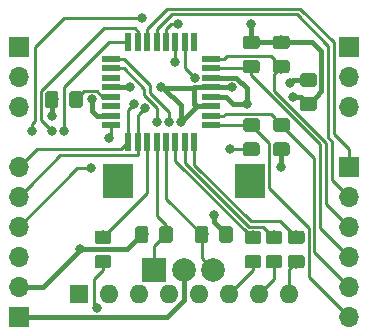
<source format=gbr>
G04 #@! TF.GenerationSoftware,KiCad,Pcbnew,(5.0.2-5)-5*
G04 #@! TF.CreationDate,2019-09-23T09:23:56+03:00*
G04 #@! TF.ProjectId,digi_pot,64696769-5f70-46f7-942e-6b696361645f,rev?*
G04 #@! TF.SameCoordinates,Original*
G04 #@! TF.FileFunction,Copper,L2,Bot*
G04 #@! TF.FilePolarity,Positive*
%FSLAX46Y46*%
G04 Gerber Fmt 4.6, Leading zero omitted, Abs format (unit mm)*
G04 Created by KiCad (PCBNEW (5.0.2-5)-5) date 2019 September 23, Monday 09:23:56*
%MOMM*%
%LPD*%
G01*
G04 APERTURE LIST*
G04 #@! TA.AperFunction,Conductor*
%ADD10C,0.100000*%
G04 #@! TD*
G04 #@! TA.AperFunction,SMDPad,CuDef*
%ADD11C,1.150000*%
G04 #@! TD*
G04 #@! TA.AperFunction,ComponentPad*
%ADD12O,1.600000X1.600000*%
G04 #@! TD*
G04 #@! TA.AperFunction,ComponentPad*
%ADD13R,1.600000X1.600000*%
G04 #@! TD*
G04 #@! TA.AperFunction,ComponentPad*
%ADD14R,2.500000X3.000000*%
G04 #@! TD*
G04 #@! TA.AperFunction,ComponentPad*
%ADD15C,2.000000*%
G04 #@! TD*
G04 #@! TA.AperFunction,ComponentPad*
%ADD16R,2.000000X2.000000*%
G04 #@! TD*
G04 #@! TA.AperFunction,SMDPad,CuDef*
%ADD17R,1.600000X0.550000*%
G04 #@! TD*
G04 #@! TA.AperFunction,SMDPad,CuDef*
%ADD18R,0.550000X1.600000*%
G04 #@! TD*
G04 #@! TA.AperFunction,ComponentPad*
%ADD19R,1.700000X1.700000*%
G04 #@! TD*
G04 #@! TA.AperFunction,ComponentPad*
%ADD20O,1.700000X1.700000*%
G04 #@! TD*
G04 #@! TA.AperFunction,ViaPad*
%ADD21C,0.800000*%
G04 #@! TD*
G04 #@! TA.AperFunction,Conductor*
%ADD22C,0.250000*%
G04 #@! TD*
G04 #@! TA.AperFunction,Conductor*
%ADD23C,0.400000*%
G04 #@! TD*
G04 APERTURE END LIST*
D10*
G04 #@! TO.N,LED8*
G04 #@! TO.C,R4*
G36*
X158589505Y-96826204D02*
X158613773Y-96829804D01*
X158637572Y-96835765D01*
X158660671Y-96844030D01*
X158682850Y-96854520D01*
X158703893Y-96867132D01*
X158723599Y-96881747D01*
X158741777Y-96898223D01*
X158758253Y-96916401D01*
X158772868Y-96936107D01*
X158785480Y-96957150D01*
X158795970Y-96979329D01*
X158804235Y-97002428D01*
X158810196Y-97026227D01*
X158813796Y-97050495D01*
X158815000Y-97074999D01*
X158815000Y-97725001D01*
X158813796Y-97749505D01*
X158810196Y-97773773D01*
X158804235Y-97797572D01*
X158795970Y-97820671D01*
X158785480Y-97842850D01*
X158772868Y-97863893D01*
X158758253Y-97883599D01*
X158741777Y-97901777D01*
X158723599Y-97918253D01*
X158703893Y-97932868D01*
X158682850Y-97945480D01*
X158660671Y-97955970D01*
X158637572Y-97964235D01*
X158613773Y-97970196D01*
X158589505Y-97973796D01*
X158565001Y-97975000D01*
X157664999Y-97975000D01*
X157640495Y-97973796D01*
X157616227Y-97970196D01*
X157592428Y-97964235D01*
X157569329Y-97955970D01*
X157547150Y-97945480D01*
X157526107Y-97932868D01*
X157506401Y-97918253D01*
X157488223Y-97901777D01*
X157471747Y-97883599D01*
X157457132Y-97863893D01*
X157444520Y-97842850D01*
X157434030Y-97820671D01*
X157425765Y-97797572D01*
X157419804Y-97773773D01*
X157416204Y-97749505D01*
X157415000Y-97725001D01*
X157415000Y-97074999D01*
X157416204Y-97050495D01*
X157419804Y-97026227D01*
X157425765Y-97002428D01*
X157434030Y-96979329D01*
X157444520Y-96957150D01*
X157457132Y-96936107D01*
X157471747Y-96916401D01*
X157488223Y-96898223D01*
X157506401Y-96881747D01*
X157526107Y-96867132D01*
X157547150Y-96854520D01*
X157569329Y-96844030D01*
X157592428Y-96835765D01*
X157616227Y-96829804D01*
X157640495Y-96826204D01*
X157664999Y-96825000D01*
X158565001Y-96825000D01*
X158589505Y-96826204D01*
X158589505Y-96826204D01*
G37*
D11*
G04 #@! TD*
G04 #@! TO.P,R4,2*
G04 #@! TO.N,LED8*
X158115000Y-97400000D03*
D10*
G04 #@! TO.N,Net-(J1-Pad8)*
G04 #@! TO.C,R4*
G36*
X158589505Y-98876204D02*
X158613773Y-98879804D01*
X158637572Y-98885765D01*
X158660671Y-98894030D01*
X158682850Y-98904520D01*
X158703893Y-98917132D01*
X158723599Y-98931747D01*
X158741777Y-98948223D01*
X158758253Y-98966401D01*
X158772868Y-98986107D01*
X158785480Y-99007150D01*
X158795970Y-99029329D01*
X158804235Y-99052428D01*
X158810196Y-99076227D01*
X158813796Y-99100495D01*
X158815000Y-99124999D01*
X158815000Y-99775001D01*
X158813796Y-99799505D01*
X158810196Y-99823773D01*
X158804235Y-99847572D01*
X158795970Y-99870671D01*
X158785480Y-99892850D01*
X158772868Y-99913893D01*
X158758253Y-99933599D01*
X158741777Y-99951777D01*
X158723599Y-99968253D01*
X158703893Y-99982868D01*
X158682850Y-99995480D01*
X158660671Y-100005970D01*
X158637572Y-100014235D01*
X158613773Y-100020196D01*
X158589505Y-100023796D01*
X158565001Y-100025000D01*
X157664999Y-100025000D01*
X157640495Y-100023796D01*
X157616227Y-100020196D01*
X157592428Y-100014235D01*
X157569329Y-100005970D01*
X157547150Y-99995480D01*
X157526107Y-99982868D01*
X157506401Y-99968253D01*
X157488223Y-99951777D01*
X157471747Y-99933599D01*
X157457132Y-99913893D01*
X157444520Y-99892850D01*
X157434030Y-99870671D01*
X157425765Y-99847572D01*
X157419804Y-99823773D01*
X157416204Y-99799505D01*
X157415000Y-99775001D01*
X157415000Y-99124999D01*
X157416204Y-99100495D01*
X157419804Y-99076227D01*
X157425765Y-99052428D01*
X157434030Y-99029329D01*
X157444520Y-99007150D01*
X157457132Y-98986107D01*
X157471747Y-98966401D01*
X157488223Y-98948223D01*
X157506401Y-98931747D01*
X157526107Y-98917132D01*
X157547150Y-98904520D01*
X157569329Y-98894030D01*
X157592428Y-98885765D01*
X157616227Y-98879804D01*
X157640495Y-98876204D01*
X157664999Y-98875000D01*
X158565001Y-98875000D01*
X158589505Y-98876204D01*
X158589505Y-98876204D01*
G37*
D11*
G04 #@! TD*
G04 #@! TO.P,R4,1*
G04 #@! TO.N,Net-(J1-Pad8)*
X158115000Y-99450000D03*
D12*
G04 #@! TO.P,J1,8*
G04 #@! TO.N,Net-(J1-Pad8)*
X157478400Y-102209600D03*
G04 #@! TO.P,J1,7*
G04 #@! TO.N,Net-(J1-Pad7)*
X154938400Y-102209600D03*
G04 #@! TO.P,J1,6*
G04 #@! TO.N,Net-(J1-Pad6)*
X152398400Y-102209600D03*
G04 #@! TO.P,J1,5*
G04 #@! TO.N,Net-(J1-Pad5)*
X149858400Y-102209600D03*
G04 #@! TO.P,J1,4*
G04 #@! TO.N,LED4*
X147318400Y-102209600D03*
G04 #@! TO.P,J1,3*
G04 #@! TO.N,LED3*
X144778400Y-102209600D03*
G04 #@! TO.P,J1,2*
G04 #@! TO.N,LED2*
X142238400Y-102209600D03*
D13*
G04 #@! TO.P,J1,1*
G04 #@! TO.N,LED1*
X139698400Y-102209600D03*
G04 #@! TD*
D14*
G04 #@! TO.P,SW1,MP*
G04 #@! TO.N,N/C*
X154199200Y-92626800D03*
X142999200Y-92626800D03*
D15*
G04 #@! TO.P,SW1,B*
G04 #@! TO.N,RE_B*
X151099200Y-100126800D03*
G04 #@! TO.P,SW1,C*
G04 #@! TO.N,+5V*
X148599200Y-100126800D03*
D16*
G04 #@! TO.P,SW1,A*
G04 #@! TO.N,RE_A*
X146099200Y-100126800D03*
G04 #@! TD*
D17*
G04 #@! TO.P,U1,1*
G04 #@! TO.N,A0*
X150935000Y-82290000D03*
G04 #@! TO.P,U1,2*
G04 #@! TO.N,A1*
X150935000Y-83090000D03*
G04 #@! TO.P,U1,3*
G04 #@! TO.N,GND*
X150935000Y-83890000D03*
G04 #@! TO.P,U1,4*
G04 #@! TO.N,+5V*
X150935000Y-84690000D03*
G04 #@! TO.P,U1,5*
G04 #@! TO.N,GND*
X150935000Y-85490000D03*
G04 #@! TO.P,U1,6*
G04 #@! TO.N,+5V*
X150935000Y-86290000D03*
G04 #@! TO.P,U1,7*
G04 #@! TO.N,A2*
X150935000Y-87090000D03*
G04 #@! TO.P,U1,8*
G04 #@! TO.N,CHG*
X150935000Y-87890000D03*
D18*
G04 #@! TO.P,U1,9*
G04 #@! TO.N,LED8*
X149485000Y-89340000D03*
G04 #@! TO.P,U1,10*
G04 #@! TO.N,LED7*
X148685000Y-89340000D03*
G04 #@! TO.P,U1,11*
G04 #@! TO.N,LED6*
X147885000Y-89340000D03*
G04 #@! TO.P,U1,12*
G04 #@! TO.N,RE_B*
X147085000Y-89340000D03*
G04 #@! TO.P,U1,13*
G04 #@! TO.N,RE_A*
X146285000Y-89340000D03*
G04 #@! TO.P,U1,14*
G04 #@! TO.N,LED5*
X145485000Y-89340000D03*
G04 #@! TO.P,U1,15*
G04 #@! TO.N,MOSI*
X144685000Y-89340000D03*
G04 #@! TO.P,U1,16*
G04 #@! TO.N,MISO*
X143885000Y-89340000D03*
D17*
G04 #@! TO.P,U1,17*
G04 #@! TO.N,SCK*
X142435000Y-87890000D03*
G04 #@! TO.P,U1,18*
G04 #@! TO.N,+5V*
X142435000Y-87090000D03*
G04 #@! TO.P,U1,19*
G04 #@! TO.N,Net-(U1-Pad19)*
X142435000Y-86290000D03*
G04 #@! TO.P,U1,20*
G04 #@! TO.N,Net-(C3-Pad1)*
X142435000Y-85490000D03*
G04 #@! TO.P,U1,21*
G04 #@! TO.N,GND*
X142435000Y-84690000D03*
G04 #@! TO.P,U1,22*
G04 #@! TO.N,Net-(U1-Pad22)*
X142435000Y-83890000D03*
G04 #@! TO.P,U1,23*
G04 #@! TO.N,LED4*
X142435000Y-83090000D03*
G04 #@! TO.P,U1,24*
G04 #@! TO.N,LED3*
X142435000Y-82290000D03*
D18*
G04 #@! TO.P,U1,25*
G04 #@! TO.N,LED2*
X143885000Y-80840000D03*
G04 #@! TO.P,U1,26*
G04 #@! TO.N,LED1*
X144685000Y-80840000D03*
G04 #@! TO.P,U1,27*
G04 #@! TO.N,SDA*
X145485000Y-80840000D03*
G04 #@! TO.P,U1,28*
G04 #@! TO.N,SCL*
X146285000Y-80840000D03*
G04 #@! TO.P,U1,29*
G04 #@! TO.N,RST*
X147085000Y-80840000D03*
G04 #@! TO.P,U1,30*
G04 #@! TO.N,MCP_SHDN*
X147885000Y-80840000D03*
G04 #@! TO.P,U1,31*
G04 #@! TO.N,MCP_CS*
X148685000Y-80840000D03*
G04 #@! TO.P,U1,32*
G04 #@! TO.N,Net-(U1-Pad32)*
X149485000Y-80840000D03*
G04 #@! TD*
D19*
G04 #@! TO.P,J2,1*
G04 #@! TO.N,+5V*
X134620000Y-104140000D03*
D20*
G04 #@! TO.P,J2,2*
G04 #@! TO.N,GND*
X134620000Y-101600000D03*
G04 #@! TO.P,J2,3*
G04 #@! TO.N,RST*
X134620000Y-99060000D03*
G04 #@! TO.P,J2,4*
G04 #@! TO.N,SCK*
X134620000Y-96520000D03*
G04 #@! TO.P,J2,5*
G04 #@! TO.N,MOSI*
X134620000Y-93980000D03*
G04 #@! TO.P,J2,6*
G04 #@! TO.N,MISO*
X134620000Y-91440000D03*
G04 #@! TD*
D19*
G04 #@! TO.P,J3,1*
G04 #@! TO.N,Net-(J3-Pad1)*
X134620000Y-81280000D03*
D20*
G04 #@! TO.P,J3,2*
G04 #@! TO.N,Net-(J3-Pad2)*
X134620000Y-83820000D03*
G04 #@! TO.P,J3,3*
G04 #@! TO.N,Net-(J3-Pad3)*
X134620000Y-86360000D03*
G04 #@! TD*
G04 #@! TO.P,J4,3*
G04 #@! TO.N,Net-(J4-Pad3)*
X162560000Y-86360000D03*
G04 #@! TO.P,J4,2*
G04 #@! TO.N,Net-(J4-Pad2)*
X162560000Y-83820000D03*
D19*
G04 #@! TO.P,J4,1*
G04 #@! TO.N,Net-(J4-Pad1)*
X162560000Y-81280000D03*
G04 #@! TD*
D10*
G04 #@! TO.N,Net-(J1-Pad5)*
G04 #@! TO.C,R1*
G36*
X142206505Y-98876204D02*
X142230773Y-98879804D01*
X142254572Y-98885765D01*
X142277671Y-98894030D01*
X142299850Y-98904520D01*
X142320893Y-98917132D01*
X142340599Y-98931747D01*
X142358777Y-98948223D01*
X142375253Y-98966401D01*
X142389868Y-98986107D01*
X142402480Y-99007150D01*
X142412970Y-99029329D01*
X142421235Y-99052428D01*
X142427196Y-99076227D01*
X142430796Y-99100495D01*
X142432000Y-99124999D01*
X142432000Y-99775001D01*
X142430796Y-99799505D01*
X142427196Y-99823773D01*
X142421235Y-99847572D01*
X142412970Y-99870671D01*
X142402480Y-99892850D01*
X142389868Y-99913893D01*
X142375253Y-99933599D01*
X142358777Y-99951777D01*
X142340599Y-99968253D01*
X142320893Y-99982868D01*
X142299850Y-99995480D01*
X142277671Y-100005970D01*
X142254572Y-100014235D01*
X142230773Y-100020196D01*
X142206505Y-100023796D01*
X142182001Y-100025000D01*
X141281999Y-100025000D01*
X141257495Y-100023796D01*
X141233227Y-100020196D01*
X141209428Y-100014235D01*
X141186329Y-100005970D01*
X141164150Y-99995480D01*
X141143107Y-99982868D01*
X141123401Y-99968253D01*
X141105223Y-99951777D01*
X141088747Y-99933599D01*
X141074132Y-99913893D01*
X141061520Y-99892850D01*
X141051030Y-99870671D01*
X141042765Y-99847572D01*
X141036804Y-99823773D01*
X141033204Y-99799505D01*
X141032000Y-99775001D01*
X141032000Y-99124999D01*
X141033204Y-99100495D01*
X141036804Y-99076227D01*
X141042765Y-99052428D01*
X141051030Y-99029329D01*
X141061520Y-99007150D01*
X141074132Y-98986107D01*
X141088747Y-98966401D01*
X141105223Y-98948223D01*
X141123401Y-98931747D01*
X141143107Y-98917132D01*
X141164150Y-98904520D01*
X141186329Y-98894030D01*
X141209428Y-98885765D01*
X141233227Y-98879804D01*
X141257495Y-98876204D01*
X141281999Y-98875000D01*
X142182001Y-98875000D01*
X142206505Y-98876204D01*
X142206505Y-98876204D01*
G37*
D11*
G04 #@! TD*
G04 #@! TO.P,R1,1*
G04 #@! TO.N,Net-(J1-Pad5)*
X141732000Y-99450000D03*
D10*
G04 #@! TO.N,LED5*
G04 #@! TO.C,R1*
G36*
X142206505Y-96826204D02*
X142230773Y-96829804D01*
X142254572Y-96835765D01*
X142277671Y-96844030D01*
X142299850Y-96854520D01*
X142320893Y-96867132D01*
X142340599Y-96881747D01*
X142358777Y-96898223D01*
X142375253Y-96916401D01*
X142389868Y-96936107D01*
X142402480Y-96957150D01*
X142412970Y-96979329D01*
X142421235Y-97002428D01*
X142427196Y-97026227D01*
X142430796Y-97050495D01*
X142432000Y-97074999D01*
X142432000Y-97725001D01*
X142430796Y-97749505D01*
X142427196Y-97773773D01*
X142421235Y-97797572D01*
X142412970Y-97820671D01*
X142402480Y-97842850D01*
X142389868Y-97863893D01*
X142375253Y-97883599D01*
X142358777Y-97901777D01*
X142340599Y-97918253D01*
X142320893Y-97932868D01*
X142299850Y-97945480D01*
X142277671Y-97955970D01*
X142254572Y-97964235D01*
X142230773Y-97970196D01*
X142206505Y-97973796D01*
X142182001Y-97975000D01*
X141281999Y-97975000D01*
X141257495Y-97973796D01*
X141233227Y-97970196D01*
X141209428Y-97964235D01*
X141186329Y-97955970D01*
X141164150Y-97945480D01*
X141143107Y-97932868D01*
X141123401Y-97918253D01*
X141105223Y-97901777D01*
X141088747Y-97883599D01*
X141074132Y-97863893D01*
X141061520Y-97842850D01*
X141051030Y-97820671D01*
X141042765Y-97797572D01*
X141036804Y-97773773D01*
X141033204Y-97749505D01*
X141032000Y-97725001D01*
X141032000Y-97074999D01*
X141033204Y-97050495D01*
X141036804Y-97026227D01*
X141042765Y-97002428D01*
X141051030Y-96979329D01*
X141061520Y-96957150D01*
X141074132Y-96936107D01*
X141088747Y-96916401D01*
X141105223Y-96898223D01*
X141123401Y-96881747D01*
X141143107Y-96867132D01*
X141164150Y-96854520D01*
X141186329Y-96844030D01*
X141209428Y-96835765D01*
X141233227Y-96829804D01*
X141257495Y-96826204D01*
X141281999Y-96825000D01*
X142182001Y-96825000D01*
X142206505Y-96826204D01*
X142206505Y-96826204D01*
G37*
D11*
G04 #@! TD*
G04 #@! TO.P,R1,2*
G04 #@! TO.N,LED5*
X141732000Y-97400000D03*
D10*
G04 #@! TO.N,LED6*
G04 #@! TO.C,R2*
G36*
X154906505Y-96826204D02*
X154930773Y-96829804D01*
X154954572Y-96835765D01*
X154977671Y-96844030D01*
X154999850Y-96854520D01*
X155020893Y-96867132D01*
X155040599Y-96881747D01*
X155058777Y-96898223D01*
X155075253Y-96916401D01*
X155089868Y-96936107D01*
X155102480Y-96957150D01*
X155112970Y-96979329D01*
X155121235Y-97002428D01*
X155127196Y-97026227D01*
X155130796Y-97050495D01*
X155132000Y-97074999D01*
X155132000Y-97725001D01*
X155130796Y-97749505D01*
X155127196Y-97773773D01*
X155121235Y-97797572D01*
X155112970Y-97820671D01*
X155102480Y-97842850D01*
X155089868Y-97863893D01*
X155075253Y-97883599D01*
X155058777Y-97901777D01*
X155040599Y-97918253D01*
X155020893Y-97932868D01*
X154999850Y-97945480D01*
X154977671Y-97955970D01*
X154954572Y-97964235D01*
X154930773Y-97970196D01*
X154906505Y-97973796D01*
X154882001Y-97975000D01*
X153981999Y-97975000D01*
X153957495Y-97973796D01*
X153933227Y-97970196D01*
X153909428Y-97964235D01*
X153886329Y-97955970D01*
X153864150Y-97945480D01*
X153843107Y-97932868D01*
X153823401Y-97918253D01*
X153805223Y-97901777D01*
X153788747Y-97883599D01*
X153774132Y-97863893D01*
X153761520Y-97842850D01*
X153751030Y-97820671D01*
X153742765Y-97797572D01*
X153736804Y-97773773D01*
X153733204Y-97749505D01*
X153732000Y-97725001D01*
X153732000Y-97074999D01*
X153733204Y-97050495D01*
X153736804Y-97026227D01*
X153742765Y-97002428D01*
X153751030Y-96979329D01*
X153761520Y-96957150D01*
X153774132Y-96936107D01*
X153788747Y-96916401D01*
X153805223Y-96898223D01*
X153823401Y-96881747D01*
X153843107Y-96867132D01*
X153864150Y-96854520D01*
X153886329Y-96844030D01*
X153909428Y-96835765D01*
X153933227Y-96829804D01*
X153957495Y-96826204D01*
X153981999Y-96825000D01*
X154882001Y-96825000D01*
X154906505Y-96826204D01*
X154906505Y-96826204D01*
G37*
D11*
G04 #@! TD*
G04 #@! TO.P,R2,2*
G04 #@! TO.N,LED6*
X154432000Y-97400000D03*
D10*
G04 #@! TO.N,Net-(J1-Pad6)*
G04 #@! TO.C,R2*
G36*
X154906505Y-98876204D02*
X154930773Y-98879804D01*
X154954572Y-98885765D01*
X154977671Y-98894030D01*
X154999850Y-98904520D01*
X155020893Y-98917132D01*
X155040599Y-98931747D01*
X155058777Y-98948223D01*
X155075253Y-98966401D01*
X155089868Y-98986107D01*
X155102480Y-99007150D01*
X155112970Y-99029329D01*
X155121235Y-99052428D01*
X155127196Y-99076227D01*
X155130796Y-99100495D01*
X155132000Y-99124999D01*
X155132000Y-99775001D01*
X155130796Y-99799505D01*
X155127196Y-99823773D01*
X155121235Y-99847572D01*
X155112970Y-99870671D01*
X155102480Y-99892850D01*
X155089868Y-99913893D01*
X155075253Y-99933599D01*
X155058777Y-99951777D01*
X155040599Y-99968253D01*
X155020893Y-99982868D01*
X154999850Y-99995480D01*
X154977671Y-100005970D01*
X154954572Y-100014235D01*
X154930773Y-100020196D01*
X154906505Y-100023796D01*
X154882001Y-100025000D01*
X153981999Y-100025000D01*
X153957495Y-100023796D01*
X153933227Y-100020196D01*
X153909428Y-100014235D01*
X153886329Y-100005970D01*
X153864150Y-99995480D01*
X153843107Y-99982868D01*
X153823401Y-99968253D01*
X153805223Y-99951777D01*
X153788747Y-99933599D01*
X153774132Y-99913893D01*
X153761520Y-99892850D01*
X153751030Y-99870671D01*
X153742765Y-99847572D01*
X153736804Y-99823773D01*
X153733204Y-99799505D01*
X153732000Y-99775001D01*
X153732000Y-99124999D01*
X153733204Y-99100495D01*
X153736804Y-99076227D01*
X153742765Y-99052428D01*
X153751030Y-99029329D01*
X153761520Y-99007150D01*
X153774132Y-98986107D01*
X153788747Y-98966401D01*
X153805223Y-98948223D01*
X153823401Y-98931747D01*
X153843107Y-98917132D01*
X153864150Y-98904520D01*
X153886329Y-98894030D01*
X153909428Y-98885765D01*
X153933227Y-98879804D01*
X153957495Y-98876204D01*
X153981999Y-98875000D01*
X154882001Y-98875000D01*
X154906505Y-98876204D01*
X154906505Y-98876204D01*
G37*
D11*
G04 #@! TD*
G04 #@! TO.P,R2,1*
G04 #@! TO.N,Net-(J1-Pad6)*
X154432000Y-99450000D03*
D10*
G04 #@! TO.N,Net-(J1-Pad7)*
G04 #@! TO.C,R3*
G36*
X156684505Y-98876204D02*
X156708773Y-98879804D01*
X156732572Y-98885765D01*
X156755671Y-98894030D01*
X156777850Y-98904520D01*
X156798893Y-98917132D01*
X156818599Y-98931747D01*
X156836777Y-98948223D01*
X156853253Y-98966401D01*
X156867868Y-98986107D01*
X156880480Y-99007150D01*
X156890970Y-99029329D01*
X156899235Y-99052428D01*
X156905196Y-99076227D01*
X156908796Y-99100495D01*
X156910000Y-99124999D01*
X156910000Y-99775001D01*
X156908796Y-99799505D01*
X156905196Y-99823773D01*
X156899235Y-99847572D01*
X156890970Y-99870671D01*
X156880480Y-99892850D01*
X156867868Y-99913893D01*
X156853253Y-99933599D01*
X156836777Y-99951777D01*
X156818599Y-99968253D01*
X156798893Y-99982868D01*
X156777850Y-99995480D01*
X156755671Y-100005970D01*
X156732572Y-100014235D01*
X156708773Y-100020196D01*
X156684505Y-100023796D01*
X156660001Y-100025000D01*
X155759999Y-100025000D01*
X155735495Y-100023796D01*
X155711227Y-100020196D01*
X155687428Y-100014235D01*
X155664329Y-100005970D01*
X155642150Y-99995480D01*
X155621107Y-99982868D01*
X155601401Y-99968253D01*
X155583223Y-99951777D01*
X155566747Y-99933599D01*
X155552132Y-99913893D01*
X155539520Y-99892850D01*
X155529030Y-99870671D01*
X155520765Y-99847572D01*
X155514804Y-99823773D01*
X155511204Y-99799505D01*
X155510000Y-99775001D01*
X155510000Y-99124999D01*
X155511204Y-99100495D01*
X155514804Y-99076227D01*
X155520765Y-99052428D01*
X155529030Y-99029329D01*
X155539520Y-99007150D01*
X155552132Y-98986107D01*
X155566747Y-98966401D01*
X155583223Y-98948223D01*
X155601401Y-98931747D01*
X155621107Y-98917132D01*
X155642150Y-98904520D01*
X155664329Y-98894030D01*
X155687428Y-98885765D01*
X155711227Y-98879804D01*
X155735495Y-98876204D01*
X155759999Y-98875000D01*
X156660001Y-98875000D01*
X156684505Y-98876204D01*
X156684505Y-98876204D01*
G37*
D11*
G04 #@! TD*
G04 #@! TO.P,R3,1*
G04 #@! TO.N,Net-(J1-Pad7)*
X156210000Y-99450000D03*
D10*
G04 #@! TO.N,LED7*
G04 #@! TO.C,R3*
G36*
X156684505Y-96826204D02*
X156708773Y-96829804D01*
X156732572Y-96835765D01*
X156755671Y-96844030D01*
X156777850Y-96854520D01*
X156798893Y-96867132D01*
X156818599Y-96881747D01*
X156836777Y-96898223D01*
X156853253Y-96916401D01*
X156867868Y-96936107D01*
X156880480Y-96957150D01*
X156890970Y-96979329D01*
X156899235Y-97002428D01*
X156905196Y-97026227D01*
X156908796Y-97050495D01*
X156910000Y-97074999D01*
X156910000Y-97725001D01*
X156908796Y-97749505D01*
X156905196Y-97773773D01*
X156899235Y-97797572D01*
X156890970Y-97820671D01*
X156880480Y-97842850D01*
X156867868Y-97863893D01*
X156853253Y-97883599D01*
X156836777Y-97901777D01*
X156818599Y-97918253D01*
X156798893Y-97932868D01*
X156777850Y-97945480D01*
X156755671Y-97955970D01*
X156732572Y-97964235D01*
X156708773Y-97970196D01*
X156684505Y-97973796D01*
X156660001Y-97975000D01*
X155759999Y-97975000D01*
X155735495Y-97973796D01*
X155711227Y-97970196D01*
X155687428Y-97964235D01*
X155664329Y-97955970D01*
X155642150Y-97945480D01*
X155621107Y-97932868D01*
X155601401Y-97918253D01*
X155583223Y-97901777D01*
X155566747Y-97883599D01*
X155552132Y-97863893D01*
X155539520Y-97842850D01*
X155529030Y-97820671D01*
X155520765Y-97797572D01*
X155514804Y-97773773D01*
X155511204Y-97749505D01*
X155510000Y-97725001D01*
X155510000Y-97074999D01*
X155511204Y-97050495D01*
X155514804Y-97026227D01*
X155520765Y-97002428D01*
X155529030Y-96979329D01*
X155539520Y-96957150D01*
X155552132Y-96936107D01*
X155566747Y-96916401D01*
X155583223Y-96898223D01*
X155601401Y-96881747D01*
X155621107Y-96867132D01*
X155642150Y-96854520D01*
X155664329Y-96844030D01*
X155687428Y-96835765D01*
X155711227Y-96829804D01*
X155735495Y-96826204D01*
X155759999Y-96825000D01*
X156660001Y-96825000D01*
X156684505Y-96826204D01*
X156684505Y-96826204D01*
G37*
D11*
G04 #@! TD*
G04 #@! TO.P,R3,2*
G04 #@! TO.N,LED7*
X156210000Y-97400000D03*
D10*
G04 #@! TO.N,GND*
G04 #@! TO.C,C1*
G36*
X159605505Y-85541204D02*
X159629773Y-85544804D01*
X159653572Y-85550765D01*
X159676671Y-85559030D01*
X159698850Y-85569520D01*
X159719893Y-85582132D01*
X159739599Y-85596747D01*
X159757777Y-85613223D01*
X159774253Y-85631401D01*
X159788868Y-85651107D01*
X159801480Y-85672150D01*
X159811970Y-85694329D01*
X159820235Y-85717428D01*
X159826196Y-85741227D01*
X159829796Y-85765495D01*
X159831000Y-85789999D01*
X159831000Y-86440001D01*
X159829796Y-86464505D01*
X159826196Y-86488773D01*
X159820235Y-86512572D01*
X159811970Y-86535671D01*
X159801480Y-86557850D01*
X159788868Y-86578893D01*
X159774253Y-86598599D01*
X159757777Y-86616777D01*
X159739599Y-86633253D01*
X159719893Y-86647868D01*
X159698850Y-86660480D01*
X159676671Y-86670970D01*
X159653572Y-86679235D01*
X159629773Y-86685196D01*
X159605505Y-86688796D01*
X159581001Y-86690000D01*
X158680999Y-86690000D01*
X158656495Y-86688796D01*
X158632227Y-86685196D01*
X158608428Y-86679235D01*
X158585329Y-86670970D01*
X158563150Y-86660480D01*
X158542107Y-86647868D01*
X158522401Y-86633253D01*
X158504223Y-86616777D01*
X158487747Y-86598599D01*
X158473132Y-86578893D01*
X158460520Y-86557850D01*
X158450030Y-86535671D01*
X158441765Y-86512572D01*
X158435804Y-86488773D01*
X158432204Y-86464505D01*
X158431000Y-86440001D01*
X158431000Y-85789999D01*
X158432204Y-85765495D01*
X158435804Y-85741227D01*
X158441765Y-85717428D01*
X158450030Y-85694329D01*
X158460520Y-85672150D01*
X158473132Y-85651107D01*
X158487747Y-85631401D01*
X158504223Y-85613223D01*
X158522401Y-85596747D01*
X158542107Y-85582132D01*
X158563150Y-85569520D01*
X158585329Y-85559030D01*
X158608428Y-85550765D01*
X158632227Y-85544804D01*
X158656495Y-85541204D01*
X158680999Y-85540000D01*
X159581001Y-85540000D01*
X159605505Y-85541204D01*
X159605505Y-85541204D01*
G37*
D11*
G04 #@! TD*
G04 #@! TO.P,C1,2*
G04 #@! TO.N,GND*
X159131000Y-86115000D03*
D10*
G04 #@! TO.N,+5V*
G04 #@! TO.C,C1*
G36*
X159605505Y-83491204D02*
X159629773Y-83494804D01*
X159653572Y-83500765D01*
X159676671Y-83509030D01*
X159698850Y-83519520D01*
X159719893Y-83532132D01*
X159739599Y-83546747D01*
X159757777Y-83563223D01*
X159774253Y-83581401D01*
X159788868Y-83601107D01*
X159801480Y-83622150D01*
X159811970Y-83644329D01*
X159820235Y-83667428D01*
X159826196Y-83691227D01*
X159829796Y-83715495D01*
X159831000Y-83739999D01*
X159831000Y-84390001D01*
X159829796Y-84414505D01*
X159826196Y-84438773D01*
X159820235Y-84462572D01*
X159811970Y-84485671D01*
X159801480Y-84507850D01*
X159788868Y-84528893D01*
X159774253Y-84548599D01*
X159757777Y-84566777D01*
X159739599Y-84583253D01*
X159719893Y-84597868D01*
X159698850Y-84610480D01*
X159676671Y-84620970D01*
X159653572Y-84629235D01*
X159629773Y-84635196D01*
X159605505Y-84638796D01*
X159581001Y-84640000D01*
X158680999Y-84640000D01*
X158656495Y-84638796D01*
X158632227Y-84635196D01*
X158608428Y-84629235D01*
X158585329Y-84620970D01*
X158563150Y-84610480D01*
X158542107Y-84597868D01*
X158522401Y-84583253D01*
X158504223Y-84566777D01*
X158487747Y-84548599D01*
X158473132Y-84528893D01*
X158460520Y-84507850D01*
X158450030Y-84485671D01*
X158441765Y-84462572D01*
X158435804Y-84438773D01*
X158432204Y-84414505D01*
X158431000Y-84390001D01*
X158431000Y-83739999D01*
X158432204Y-83715495D01*
X158435804Y-83691227D01*
X158441765Y-83667428D01*
X158450030Y-83644329D01*
X158460520Y-83622150D01*
X158473132Y-83601107D01*
X158487747Y-83581401D01*
X158504223Y-83563223D01*
X158522401Y-83546747D01*
X158542107Y-83532132D01*
X158563150Y-83519520D01*
X158585329Y-83509030D01*
X158608428Y-83500765D01*
X158632227Y-83494804D01*
X158656495Y-83491204D01*
X158680999Y-83490000D01*
X159581001Y-83490000D01*
X159605505Y-83491204D01*
X159605505Y-83491204D01*
G37*
D11*
G04 #@! TD*
G04 #@! TO.P,C1,1*
G04 #@! TO.N,+5V*
X159131000Y-84065000D03*
D10*
G04 #@! TO.N,GND*
G04 #@! TO.C,R5*
G36*
X152504505Y-96456204D02*
X152528773Y-96459804D01*
X152552572Y-96465765D01*
X152575671Y-96474030D01*
X152597850Y-96484520D01*
X152618893Y-96497132D01*
X152638599Y-96511747D01*
X152656777Y-96528223D01*
X152673253Y-96546401D01*
X152687868Y-96566107D01*
X152700480Y-96587150D01*
X152710970Y-96609329D01*
X152719235Y-96632428D01*
X152725196Y-96656227D01*
X152728796Y-96680495D01*
X152730000Y-96704999D01*
X152730000Y-97605001D01*
X152728796Y-97629505D01*
X152725196Y-97653773D01*
X152719235Y-97677572D01*
X152710970Y-97700671D01*
X152700480Y-97722850D01*
X152687868Y-97743893D01*
X152673253Y-97763599D01*
X152656777Y-97781777D01*
X152638599Y-97798253D01*
X152618893Y-97812868D01*
X152597850Y-97825480D01*
X152575671Y-97835970D01*
X152552572Y-97844235D01*
X152528773Y-97850196D01*
X152504505Y-97853796D01*
X152480001Y-97855000D01*
X151829999Y-97855000D01*
X151805495Y-97853796D01*
X151781227Y-97850196D01*
X151757428Y-97844235D01*
X151734329Y-97835970D01*
X151712150Y-97825480D01*
X151691107Y-97812868D01*
X151671401Y-97798253D01*
X151653223Y-97781777D01*
X151636747Y-97763599D01*
X151622132Y-97743893D01*
X151609520Y-97722850D01*
X151599030Y-97700671D01*
X151590765Y-97677572D01*
X151584804Y-97653773D01*
X151581204Y-97629505D01*
X151580000Y-97605001D01*
X151580000Y-96704999D01*
X151581204Y-96680495D01*
X151584804Y-96656227D01*
X151590765Y-96632428D01*
X151599030Y-96609329D01*
X151609520Y-96587150D01*
X151622132Y-96566107D01*
X151636747Y-96546401D01*
X151653223Y-96528223D01*
X151671401Y-96511747D01*
X151691107Y-96497132D01*
X151712150Y-96484520D01*
X151734329Y-96474030D01*
X151757428Y-96465765D01*
X151781227Y-96459804D01*
X151805495Y-96456204D01*
X151829999Y-96455000D01*
X152480001Y-96455000D01*
X152504505Y-96456204D01*
X152504505Y-96456204D01*
G37*
D11*
G04 #@! TD*
G04 #@! TO.P,R5,1*
G04 #@! TO.N,GND*
X152155000Y-97155000D03*
D10*
G04 #@! TO.N,RE_B*
G04 #@! TO.C,R5*
G36*
X150454505Y-96456204D02*
X150478773Y-96459804D01*
X150502572Y-96465765D01*
X150525671Y-96474030D01*
X150547850Y-96484520D01*
X150568893Y-96497132D01*
X150588599Y-96511747D01*
X150606777Y-96528223D01*
X150623253Y-96546401D01*
X150637868Y-96566107D01*
X150650480Y-96587150D01*
X150660970Y-96609329D01*
X150669235Y-96632428D01*
X150675196Y-96656227D01*
X150678796Y-96680495D01*
X150680000Y-96704999D01*
X150680000Y-97605001D01*
X150678796Y-97629505D01*
X150675196Y-97653773D01*
X150669235Y-97677572D01*
X150660970Y-97700671D01*
X150650480Y-97722850D01*
X150637868Y-97743893D01*
X150623253Y-97763599D01*
X150606777Y-97781777D01*
X150588599Y-97798253D01*
X150568893Y-97812868D01*
X150547850Y-97825480D01*
X150525671Y-97835970D01*
X150502572Y-97844235D01*
X150478773Y-97850196D01*
X150454505Y-97853796D01*
X150430001Y-97855000D01*
X149779999Y-97855000D01*
X149755495Y-97853796D01*
X149731227Y-97850196D01*
X149707428Y-97844235D01*
X149684329Y-97835970D01*
X149662150Y-97825480D01*
X149641107Y-97812868D01*
X149621401Y-97798253D01*
X149603223Y-97781777D01*
X149586747Y-97763599D01*
X149572132Y-97743893D01*
X149559520Y-97722850D01*
X149549030Y-97700671D01*
X149540765Y-97677572D01*
X149534804Y-97653773D01*
X149531204Y-97629505D01*
X149530000Y-97605001D01*
X149530000Y-96704999D01*
X149531204Y-96680495D01*
X149534804Y-96656227D01*
X149540765Y-96632428D01*
X149549030Y-96609329D01*
X149559520Y-96587150D01*
X149572132Y-96566107D01*
X149586747Y-96546401D01*
X149603223Y-96528223D01*
X149621401Y-96511747D01*
X149641107Y-96497132D01*
X149662150Y-96484520D01*
X149684329Y-96474030D01*
X149707428Y-96465765D01*
X149731227Y-96459804D01*
X149755495Y-96456204D01*
X149779999Y-96455000D01*
X150430001Y-96455000D01*
X150454505Y-96456204D01*
X150454505Y-96456204D01*
G37*
D11*
G04 #@! TD*
G04 #@! TO.P,R5,2*
G04 #@! TO.N,RE_B*
X150105000Y-97155000D03*
D10*
G04 #@! TO.N,RE_A*
G04 #@! TO.C,R6*
G36*
X147424505Y-96456204D02*
X147448773Y-96459804D01*
X147472572Y-96465765D01*
X147495671Y-96474030D01*
X147517850Y-96484520D01*
X147538893Y-96497132D01*
X147558599Y-96511747D01*
X147576777Y-96528223D01*
X147593253Y-96546401D01*
X147607868Y-96566107D01*
X147620480Y-96587150D01*
X147630970Y-96609329D01*
X147639235Y-96632428D01*
X147645196Y-96656227D01*
X147648796Y-96680495D01*
X147650000Y-96704999D01*
X147650000Y-97605001D01*
X147648796Y-97629505D01*
X147645196Y-97653773D01*
X147639235Y-97677572D01*
X147630970Y-97700671D01*
X147620480Y-97722850D01*
X147607868Y-97743893D01*
X147593253Y-97763599D01*
X147576777Y-97781777D01*
X147558599Y-97798253D01*
X147538893Y-97812868D01*
X147517850Y-97825480D01*
X147495671Y-97835970D01*
X147472572Y-97844235D01*
X147448773Y-97850196D01*
X147424505Y-97853796D01*
X147400001Y-97855000D01*
X146749999Y-97855000D01*
X146725495Y-97853796D01*
X146701227Y-97850196D01*
X146677428Y-97844235D01*
X146654329Y-97835970D01*
X146632150Y-97825480D01*
X146611107Y-97812868D01*
X146591401Y-97798253D01*
X146573223Y-97781777D01*
X146556747Y-97763599D01*
X146542132Y-97743893D01*
X146529520Y-97722850D01*
X146519030Y-97700671D01*
X146510765Y-97677572D01*
X146504804Y-97653773D01*
X146501204Y-97629505D01*
X146500000Y-97605001D01*
X146500000Y-96704999D01*
X146501204Y-96680495D01*
X146504804Y-96656227D01*
X146510765Y-96632428D01*
X146519030Y-96609329D01*
X146529520Y-96587150D01*
X146542132Y-96566107D01*
X146556747Y-96546401D01*
X146573223Y-96528223D01*
X146591401Y-96511747D01*
X146611107Y-96497132D01*
X146632150Y-96484520D01*
X146654329Y-96474030D01*
X146677428Y-96465765D01*
X146701227Y-96459804D01*
X146725495Y-96456204D01*
X146749999Y-96455000D01*
X147400001Y-96455000D01*
X147424505Y-96456204D01*
X147424505Y-96456204D01*
G37*
D11*
G04 #@! TD*
G04 #@! TO.P,R6,2*
G04 #@! TO.N,RE_A*
X147075000Y-97155000D03*
D10*
G04 #@! TO.N,GND*
G04 #@! TO.C,R6*
G36*
X145374505Y-96456204D02*
X145398773Y-96459804D01*
X145422572Y-96465765D01*
X145445671Y-96474030D01*
X145467850Y-96484520D01*
X145488893Y-96497132D01*
X145508599Y-96511747D01*
X145526777Y-96528223D01*
X145543253Y-96546401D01*
X145557868Y-96566107D01*
X145570480Y-96587150D01*
X145580970Y-96609329D01*
X145589235Y-96632428D01*
X145595196Y-96656227D01*
X145598796Y-96680495D01*
X145600000Y-96704999D01*
X145600000Y-97605001D01*
X145598796Y-97629505D01*
X145595196Y-97653773D01*
X145589235Y-97677572D01*
X145580970Y-97700671D01*
X145570480Y-97722850D01*
X145557868Y-97743893D01*
X145543253Y-97763599D01*
X145526777Y-97781777D01*
X145508599Y-97798253D01*
X145488893Y-97812868D01*
X145467850Y-97825480D01*
X145445671Y-97835970D01*
X145422572Y-97844235D01*
X145398773Y-97850196D01*
X145374505Y-97853796D01*
X145350001Y-97855000D01*
X144699999Y-97855000D01*
X144675495Y-97853796D01*
X144651227Y-97850196D01*
X144627428Y-97844235D01*
X144604329Y-97835970D01*
X144582150Y-97825480D01*
X144561107Y-97812868D01*
X144541401Y-97798253D01*
X144523223Y-97781777D01*
X144506747Y-97763599D01*
X144492132Y-97743893D01*
X144479520Y-97722850D01*
X144469030Y-97700671D01*
X144460765Y-97677572D01*
X144454804Y-97653773D01*
X144451204Y-97629505D01*
X144450000Y-97605001D01*
X144450000Y-96704999D01*
X144451204Y-96680495D01*
X144454804Y-96656227D01*
X144460765Y-96632428D01*
X144469030Y-96609329D01*
X144479520Y-96587150D01*
X144492132Y-96566107D01*
X144506747Y-96546401D01*
X144523223Y-96528223D01*
X144541401Y-96511747D01*
X144561107Y-96497132D01*
X144582150Y-96484520D01*
X144604329Y-96474030D01*
X144627428Y-96465765D01*
X144651227Y-96459804D01*
X144675495Y-96456204D01*
X144699999Y-96455000D01*
X145350001Y-96455000D01*
X145374505Y-96456204D01*
X145374505Y-96456204D01*
G37*
D11*
G04 #@! TD*
G04 #@! TO.P,R6,1*
G04 #@! TO.N,GND*
X145025000Y-97155000D03*
D10*
G04 #@! TO.N,Net-(C3-Pad1)*
G04 #@! TO.C,C3*
G36*
X139804505Y-85026204D02*
X139828773Y-85029804D01*
X139852572Y-85035765D01*
X139875671Y-85044030D01*
X139897850Y-85054520D01*
X139918893Y-85067132D01*
X139938599Y-85081747D01*
X139956777Y-85098223D01*
X139973253Y-85116401D01*
X139987868Y-85136107D01*
X140000480Y-85157150D01*
X140010970Y-85179329D01*
X140019235Y-85202428D01*
X140025196Y-85226227D01*
X140028796Y-85250495D01*
X140030000Y-85274999D01*
X140030000Y-86175001D01*
X140028796Y-86199505D01*
X140025196Y-86223773D01*
X140019235Y-86247572D01*
X140010970Y-86270671D01*
X140000480Y-86292850D01*
X139987868Y-86313893D01*
X139973253Y-86333599D01*
X139956777Y-86351777D01*
X139938599Y-86368253D01*
X139918893Y-86382868D01*
X139897850Y-86395480D01*
X139875671Y-86405970D01*
X139852572Y-86414235D01*
X139828773Y-86420196D01*
X139804505Y-86423796D01*
X139780001Y-86425000D01*
X139129999Y-86425000D01*
X139105495Y-86423796D01*
X139081227Y-86420196D01*
X139057428Y-86414235D01*
X139034329Y-86405970D01*
X139012150Y-86395480D01*
X138991107Y-86382868D01*
X138971401Y-86368253D01*
X138953223Y-86351777D01*
X138936747Y-86333599D01*
X138922132Y-86313893D01*
X138909520Y-86292850D01*
X138899030Y-86270671D01*
X138890765Y-86247572D01*
X138884804Y-86223773D01*
X138881204Y-86199505D01*
X138880000Y-86175001D01*
X138880000Y-85274999D01*
X138881204Y-85250495D01*
X138884804Y-85226227D01*
X138890765Y-85202428D01*
X138899030Y-85179329D01*
X138909520Y-85157150D01*
X138922132Y-85136107D01*
X138936747Y-85116401D01*
X138953223Y-85098223D01*
X138971401Y-85081747D01*
X138991107Y-85067132D01*
X139012150Y-85054520D01*
X139034329Y-85044030D01*
X139057428Y-85035765D01*
X139081227Y-85029804D01*
X139105495Y-85026204D01*
X139129999Y-85025000D01*
X139780001Y-85025000D01*
X139804505Y-85026204D01*
X139804505Y-85026204D01*
G37*
D11*
G04 #@! TD*
G04 #@! TO.P,C3,1*
G04 #@! TO.N,Net-(C3-Pad1)*
X139455000Y-85725000D03*
D10*
G04 #@! TO.N,GND*
G04 #@! TO.C,C3*
G36*
X137754505Y-85026204D02*
X137778773Y-85029804D01*
X137802572Y-85035765D01*
X137825671Y-85044030D01*
X137847850Y-85054520D01*
X137868893Y-85067132D01*
X137888599Y-85081747D01*
X137906777Y-85098223D01*
X137923253Y-85116401D01*
X137937868Y-85136107D01*
X137950480Y-85157150D01*
X137960970Y-85179329D01*
X137969235Y-85202428D01*
X137975196Y-85226227D01*
X137978796Y-85250495D01*
X137980000Y-85274999D01*
X137980000Y-86175001D01*
X137978796Y-86199505D01*
X137975196Y-86223773D01*
X137969235Y-86247572D01*
X137960970Y-86270671D01*
X137950480Y-86292850D01*
X137937868Y-86313893D01*
X137923253Y-86333599D01*
X137906777Y-86351777D01*
X137888599Y-86368253D01*
X137868893Y-86382868D01*
X137847850Y-86395480D01*
X137825671Y-86405970D01*
X137802572Y-86414235D01*
X137778773Y-86420196D01*
X137754505Y-86423796D01*
X137730001Y-86425000D01*
X137079999Y-86425000D01*
X137055495Y-86423796D01*
X137031227Y-86420196D01*
X137007428Y-86414235D01*
X136984329Y-86405970D01*
X136962150Y-86395480D01*
X136941107Y-86382868D01*
X136921401Y-86368253D01*
X136903223Y-86351777D01*
X136886747Y-86333599D01*
X136872132Y-86313893D01*
X136859520Y-86292850D01*
X136849030Y-86270671D01*
X136840765Y-86247572D01*
X136834804Y-86223773D01*
X136831204Y-86199505D01*
X136830000Y-86175001D01*
X136830000Y-85274999D01*
X136831204Y-85250495D01*
X136834804Y-85226227D01*
X136840765Y-85202428D01*
X136849030Y-85179329D01*
X136859520Y-85157150D01*
X136872132Y-85136107D01*
X136886747Y-85116401D01*
X136903223Y-85098223D01*
X136921401Y-85081747D01*
X136941107Y-85067132D01*
X136962150Y-85054520D01*
X136984329Y-85044030D01*
X137007428Y-85035765D01*
X137031227Y-85029804D01*
X137055495Y-85026204D01*
X137079999Y-85025000D01*
X137730001Y-85025000D01*
X137754505Y-85026204D01*
X137754505Y-85026204D01*
G37*
D11*
G04 #@! TD*
G04 #@! TO.P,C3,2*
G04 #@! TO.N,GND*
X137405000Y-85725000D03*
D19*
G04 #@! TO.P,J5,1*
G04 #@! TO.N,SDA*
X162560000Y-91440000D03*
D20*
G04 #@! TO.P,J5,2*
G04 #@! TO.N,SCL*
X162560000Y-93980000D03*
G04 #@! TO.P,J5,3*
G04 #@! TO.N,A0*
X162560000Y-96520000D03*
G04 #@! TO.P,J5,4*
G04 #@! TO.N,A1*
X162560000Y-99060000D03*
G04 #@! TO.P,J5,5*
G04 #@! TO.N,A2*
X162560000Y-101600000D03*
G04 #@! TO.P,J5,6*
G04 #@! TO.N,CHG*
X162560000Y-104140000D03*
G04 #@! TD*
D10*
G04 #@! TO.N,A0*
G04 #@! TO.C,R7*
G36*
X157319505Y-82366204D02*
X157343773Y-82369804D01*
X157367572Y-82375765D01*
X157390671Y-82384030D01*
X157412850Y-82394520D01*
X157433893Y-82407132D01*
X157453599Y-82421747D01*
X157471777Y-82438223D01*
X157488253Y-82456401D01*
X157502868Y-82476107D01*
X157515480Y-82497150D01*
X157525970Y-82519329D01*
X157534235Y-82542428D01*
X157540196Y-82566227D01*
X157543796Y-82590495D01*
X157545000Y-82614999D01*
X157545000Y-83265001D01*
X157543796Y-83289505D01*
X157540196Y-83313773D01*
X157534235Y-83337572D01*
X157525970Y-83360671D01*
X157515480Y-83382850D01*
X157502868Y-83403893D01*
X157488253Y-83423599D01*
X157471777Y-83441777D01*
X157453599Y-83458253D01*
X157433893Y-83472868D01*
X157412850Y-83485480D01*
X157390671Y-83495970D01*
X157367572Y-83504235D01*
X157343773Y-83510196D01*
X157319505Y-83513796D01*
X157295001Y-83515000D01*
X156394999Y-83515000D01*
X156370495Y-83513796D01*
X156346227Y-83510196D01*
X156322428Y-83504235D01*
X156299329Y-83495970D01*
X156277150Y-83485480D01*
X156256107Y-83472868D01*
X156236401Y-83458253D01*
X156218223Y-83441777D01*
X156201747Y-83423599D01*
X156187132Y-83403893D01*
X156174520Y-83382850D01*
X156164030Y-83360671D01*
X156155765Y-83337572D01*
X156149804Y-83313773D01*
X156146204Y-83289505D01*
X156145000Y-83265001D01*
X156145000Y-82614999D01*
X156146204Y-82590495D01*
X156149804Y-82566227D01*
X156155765Y-82542428D01*
X156164030Y-82519329D01*
X156174520Y-82497150D01*
X156187132Y-82476107D01*
X156201747Y-82456401D01*
X156218223Y-82438223D01*
X156236401Y-82421747D01*
X156256107Y-82407132D01*
X156277150Y-82394520D01*
X156299329Y-82384030D01*
X156322428Y-82375765D01*
X156346227Y-82369804D01*
X156370495Y-82366204D01*
X156394999Y-82365000D01*
X157295001Y-82365000D01*
X157319505Y-82366204D01*
X157319505Y-82366204D01*
G37*
D11*
G04 #@! TD*
G04 #@! TO.P,R7,2*
G04 #@! TO.N,A0*
X156845000Y-82940000D03*
D10*
G04 #@! TO.N,GND*
G04 #@! TO.C,R7*
G36*
X157319505Y-80316204D02*
X157343773Y-80319804D01*
X157367572Y-80325765D01*
X157390671Y-80334030D01*
X157412850Y-80344520D01*
X157433893Y-80357132D01*
X157453599Y-80371747D01*
X157471777Y-80388223D01*
X157488253Y-80406401D01*
X157502868Y-80426107D01*
X157515480Y-80447150D01*
X157525970Y-80469329D01*
X157534235Y-80492428D01*
X157540196Y-80516227D01*
X157543796Y-80540495D01*
X157545000Y-80564999D01*
X157545000Y-81215001D01*
X157543796Y-81239505D01*
X157540196Y-81263773D01*
X157534235Y-81287572D01*
X157525970Y-81310671D01*
X157515480Y-81332850D01*
X157502868Y-81353893D01*
X157488253Y-81373599D01*
X157471777Y-81391777D01*
X157453599Y-81408253D01*
X157433893Y-81422868D01*
X157412850Y-81435480D01*
X157390671Y-81445970D01*
X157367572Y-81454235D01*
X157343773Y-81460196D01*
X157319505Y-81463796D01*
X157295001Y-81465000D01*
X156394999Y-81465000D01*
X156370495Y-81463796D01*
X156346227Y-81460196D01*
X156322428Y-81454235D01*
X156299329Y-81445970D01*
X156277150Y-81435480D01*
X156256107Y-81422868D01*
X156236401Y-81408253D01*
X156218223Y-81391777D01*
X156201747Y-81373599D01*
X156187132Y-81353893D01*
X156174520Y-81332850D01*
X156164030Y-81310671D01*
X156155765Y-81287572D01*
X156149804Y-81263773D01*
X156146204Y-81239505D01*
X156145000Y-81215001D01*
X156145000Y-80564999D01*
X156146204Y-80540495D01*
X156149804Y-80516227D01*
X156155765Y-80492428D01*
X156164030Y-80469329D01*
X156174520Y-80447150D01*
X156187132Y-80426107D01*
X156201747Y-80406401D01*
X156218223Y-80388223D01*
X156236401Y-80371747D01*
X156256107Y-80357132D01*
X156277150Y-80344520D01*
X156299329Y-80334030D01*
X156322428Y-80325765D01*
X156346227Y-80319804D01*
X156370495Y-80316204D01*
X156394999Y-80315000D01*
X157295001Y-80315000D01*
X157319505Y-80316204D01*
X157319505Y-80316204D01*
G37*
D11*
G04 #@! TD*
G04 #@! TO.P,R7,1*
G04 #@! TO.N,GND*
X156845000Y-80890000D03*
D10*
G04 #@! TO.N,GND*
G04 #@! TO.C,R8*
G36*
X154779505Y-80316204D02*
X154803773Y-80319804D01*
X154827572Y-80325765D01*
X154850671Y-80334030D01*
X154872850Y-80344520D01*
X154893893Y-80357132D01*
X154913599Y-80371747D01*
X154931777Y-80388223D01*
X154948253Y-80406401D01*
X154962868Y-80426107D01*
X154975480Y-80447150D01*
X154985970Y-80469329D01*
X154994235Y-80492428D01*
X155000196Y-80516227D01*
X155003796Y-80540495D01*
X155005000Y-80564999D01*
X155005000Y-81215001D01*
X155003796Y-81239505D01*
X155000196Y-81263773D01*
X154994235Y-81287572D01*
X154985970Y-81310671D01*
X154975480Y-81332850D01*
X154962868Y-81353893D01*
X154948253Y-81373599D01*
X154931777Y-81391777D01*
X154913599Y-81408253D01*
X154893893Y-81422868D01*
X154872850Y-81435480D01*
X154850671Y-81445970D01*
X154827572Y-81454235D01*
X154803773Y-81460196D01*
X154779505Y-81463796D01*
X154755001Y-81465000D01*
X153854999Y-81465000D01*
X153830495Y-81463796D01*
X153806227Y-81460196D01*
X153782428Y-81454235D01*
X153759329Y-81445970D01*
X153737150Y-81435480D01*
X153716107Y-81422868D01*
X153696401Y-81408253D01*
X153678223Y-81391777D01*
X153661747Y-81373599D01*
X153647132Y-81353893D01*
X153634520Y-81332850D01*
X153624030Y-81310671D01*
X153615765Y-81287572D01*
X153609804Y-81263773D01*
X153606204Y-81239505D01*
X153605000Y-81215001D01*
X153605000Y-80564999D01*
X153606204Y-80540495D01*
X153609804Y-80516227D01*
X153615765Y-80492428D01*
X153624030Y-80469329D01*
X153634520Y-80447150D01*
X153647132Y-80426107D01*
X153661747Y-80406401D01*
X153678223Y-80388223D01*
X153696401Y-80371747D01*
X153716107Y-80357132D01*
X153737150Y-80344520D01*
X153759329Y-80334030D01*
X153782428Y-80325765D01*
X153806227Y-80319804D01*
X153830495Y-80316204D01*
X153854999Y-80315000D01*
X154755001Y-80315000D01*
X154779505Y-80316204D01*
X154779505Y-80316204D01*
G37*
D11*
G04 #@! TD*
G04 #@! TO.P,R8,1*
G04 #@! TO.N,GND*
X154305000Y-80890000D03*
D10*
G04 #@! TO.N,A1*
G04 #@! TO.C,R8*
G36*
X154779505Y-82366204D02*
X154803773Y-82369804D01*
X154827572Y-82375765D01*
X154850671Y-82384030D01*
X154872850Y-82394520D01*
X154893893Y-82407132D01*
X154913599Y-82421747D01*
X154931777Y-82438223D01*
X154948253Y-82456401D01*
X154962868Y-82476107D01*
X154975480Y-82497150D01*
X154985970Y-82519329D01*
X154994235Y-82542428D01*
X155000196Y-82566227D01*
X155003796Y-82590495D01*
X155005000Y-82614999D01*
X155005000Y-83265001D01*
X155003796Y-83289505D01*
X155000196Y-83313773D01*
X154994235Y-83337572D01*
X154985970Y-83360671D01*
X154975480Y-83382850D01*
X154962868Y-83403893D01*
X154948253Y-83423599D01*
X154931777Y-83441777D01*
X154913599Y-83458253D01*
X154893893Y-83472868D01*
X154872850Y-83485480D01*
X154850671Y-83495970D01*
X154827572Y-83504235D01*
X154803773Y-83510196D01*
X154779505Y-83513796D01*
X154755001Y-83515000D01*
X153854999Y-83515000D01*
X153830495Y-83513796D01*
X153806227Y-83510196D01*
X153782428Y-83504235D01*
X153759329Y-83495970D01*
X153737150Y-83485480D01*
X153716107Y-83472868D01*
X153696401Y-83458253D01*
X153678223Y-83441777D01*
X153661747Y-83423599D01*
X153647132Y-83403893D01*
X153634520Y-83382850D01*
X153624030Y-83360671D01*
X153615765Y-83337572D01*
X153609804Y-83313773D01*
X153606204Y-83289505D01*
X153605000Y-83265001D01*
X153605000Y-82614999D01*
X153606204Y-82590495D01*
X153609804Y-82566227D01*
X153615765Y-82542428D01*
X153624030Y-82519329D01*
X153634520Y-82497150D01*
X153647132Y-82476107D01*
X153661747Y-82456401D01*
X153678223Y-82438223D01*
X153696401Y-82421747D01*
X153716107Y-82407132D01*
X153737150Y-82394520D01*
X153759329Y-82384030D01*
X153782428Y-82375765D01*
X153806227Y-82369804D01*
X153830495Y-82366204D01*
X153854999Y-82365000D01*
X154755001Y-82365000D01*
X154779505Y-82366204D01*
X154779505Y-82366204D01*
G37*
D11*
G04 #@! TD*
G04 #@! TO.P,R8,2*
G04 #@! TO.N,A1*
X154305000Y-82940000D03*
D10*
G04 #@! TO.N,A2*
G04 #@! TO.C,R9*
G36*
X157319505Y-87301204D02*
X157343773Y-87304804D01*
X157367572Y-87310765D01*
X157390671Y-87319030D01*
X157412850Y-87329520D01*
X157433893Y-87342132D01*
X157453599Y-87356747D01*
X157471777Y-87373223D01*
X157488253Y-87391401D01*
X157502868Y-87411107D01*
X157515480Y-87432150D01*
X157525970Y-87454329D01*
X157534235Y-87477428D01*
X157540196Y-87501227D01*
X157543796Y-87525495D01*
X157545000Y-87549999D01*
X157545000Y-88200001D01*
X157543796Y-88224505D01*
X157540196Y-88248773D01*
X157534235Y-88272572D01*
X157525970Y-88295671D01*
X157515480Y-88317850D01*
X157502868Y-88338893D01*
X157488253Y-88358599D01*
X157471777Y-88376777D01*
X157453599Y-88393253D01*
X157433893Y-88407868D01*
X157412850Y-88420480D01*
X157390671Y-88430970D01*
X157367572Y-88439235D01*
X157343773Y-88445196D01*
X157319505Y-88448796D01*
X157295001Y-88450000D01*
X156394999Y-88450000D01*
X156370495Y-88448796D01*
X156346227Y-88445196D01*
X156322428Y-88439235D01*
X156299329Y-88430970D01*
X156277150Y-88420480D01*
X156256107Y-88407868D01*
X156236401Y-88393253D01*
X156218223Y-88376777D01*
X156201747Y-88358599D01*
X156187132Y-88338893D01*
X156174520Y-88317850D01*
X156164030Y-88295671D01*
X156155765Y-88272572D01*
X156149804Y-88248773D01*
X156146204Y-88224505D01*
X156145000Y-88200001D01*
X156145000Y-87549999D01*
X156146204Y-87525495D01*
X156149804Y-87501227D01*
X156155765Y-87477428D01*
X156164030Y-87454329D01*
X156174520Y-87432150D01*
X156187132Y-87411107D01*
X156201747Y-87391401D01*
X156218223Y-87373223D01*
X156236401Y-87356747D01*
X156256107Y-87342132D01*
X156277150Y-87329520D01*
X156299329Y-87319030D01*
X156322428Y-87310765D01*
X156346227Y-87304804D01*
X156370495Y-87301204D01*
X156394999Y-87300000D01*
X157295001Y-87300000D01*
X157319505Y-87301204D01*
X157319505Y-87301204D01*
G37*
D11*
G04 #@! TD*
G04 #@! TO.P,R9,2*
G04 #@! TO.N,A2*
X156845000Y-87875000D03*
D10*
G04 #@! TO.N,GND*
G04 #@! TO.C,R9*
G36*
X157319505Y-89351204D02*
X157343773Y-89354804D01*
X157367572Y-89360765D01*
X157390671Y-89369030D01*
X157412850Y-89379520D01*
X157433893Y-89392132D01*
X157453599Y-89406747D01*
X157471777Y-89423223D01*
X157488253Y-89441401D01*
X157502868Y-89461107D01*
X157515480Y-89482150D01*
X157525970Y-89504329D01*
X157534235Y-89527428D01*
X157540196Y-89551227D01*
X157543796Y-89575495D01*
X157545000Y-89599999D01*
X157545000Y-90250001D01*
X157543796Y-90274505D01*
X157540196Y-90298773D01*
X157534235Y-90322572D01*
X157525970Y-90345671D01*
X157515480Y-90367850D01*
X157502868Y-90388893D01*
X157488253Y-90408599D01*
X157471777Y-90426777D01*
X157453599Y-90443253D01*
X157433893Y-90457868D01*
X157412850Y-90470480D01*
X157390671Y-90480970D01*
X157367572Y-90489235D01*
X157343773Y-90495196D01*
X157319505Y-90498796D01*
X157295001Y-90500000D01*
X156394999Y-90500000D01*
X156370495Y-90498796D01*
X156346227Y-90495196D01*
X156322428Y-90489235D01*
X156299329Y-90480970D01*
X156277150Y-90470480D01*
X156256107Y-90457868D01*
X156236401Y-90443253D01*
X156218223Y-90426777D01*
X156201747Y-90408599D01*
X156187132Y-90388893D01*
X156174520Y-90367850D01*
X156164030Y-90345671D01*
X156155765Y-90322572D01*
X156149804Y-90298773D01*
X156146204Y-90274505D01*
X156145000Y-90250001D01*
X156145000Y-89599999D01*
X156146204Y-89575495D01*
X156149804Y-89551227D01*
X156155765Y-89527428D01*
X156164030Y-89504329D01*
X156174520Y-89482150D01*
X156187132Y-89461107D01*
X156201747Y-89441401D01*
X156218223Y-89423223D01*
X156236401Y-89406747D01*
X156256107Y-89392132D01*
X156277150Y-89379520D01*
X156299329Y-89369030D01*
X156322428Y-89360765D01*
X156346227Y-89354804D01*
X156370495Y-89351204D01*
X156394999Y-89350000D01*
X157295001Y-89350000D01*
X157319505Y-89351204D01*
X157319505Y-89351204D01*
G37*
D11*
G04 #@! TD*
G04 #@! TO.P,R9,1*
G04 #@! TO.N,GND*
X156845000Y-89925000D03*
D10*
G04 #@! TO.N,GND*
G04 #@! TO.C,R10*
G36*
X154779505Y-89351204D02*
X154803773Y-89354804D01*
X154827572Y-89360765D01*
X154850671Y-89369030D01*
X154872850Y-89379520D01*
X154893893Y-89392132D01*
X154913599Y-89406747D01*
X154931777Y-89423223D01*
X154948253Y-89441401D01*
X154962868Y-89461107D01*
X154975480Y-89482150D01*
X154985970Y-89504329D01*
X154994235Y-89527428D01*
X155000196Y-89551227D01*
X155003796Y-89575495D01*
X155005000Y-89599999D01*
X155005000Y-90250001D01*
X155003796Y-90274505D01*
X155000196Y-90298773D01*
X154994235Y-90322572D01*
X154985970Y-90345671D01*
X154975480Y-90367850D01*
X154962868Y-90388893D01*
X154948253Y-90408599D01*
X154931777Y-90426777D01*
X154913599Y-90443253D01*
X154893893Y-90457868D01*
X154872850Y-90470480D01*
X154850671Y-90480970D01*
X154827572Y-90489235D01*
X154803773Y-90495196D01*
X154779505Y-90498796D01*
X154755001Y-90500000D01*
X153854999Y-90500000D01*
X153830495Y-90498796D01*
X153806227Y-90495196D01*
X153782428Y-90489235D01*
X153759329Y-90480970D01*
X153737150Y-90470480D01*
X153716107Y-90457868D01*
X153696401Y-90443253D01*
X153678223Y-90426777D01*
X153661747Y-90408599D01*
X153647132Y-90388893D01*
X153634520Y-90367850D01*
X153624030Y-90345671D01*
X153615765Y-90322572D01*
X153609804Y-90298773D01*
X153606204Y-90274505D01*
X153605000Y-90250001D01*
X153605000Y-89599999D01*
X153606204Y-89575495D01*
X153609804Y-89551227D01*
X153615765Y-89527428D01*
X153624030Y-89504329D01*
X153634520Y-89482150D01*
X153647132Y-89461107D01*
X153661747Y-89441401D01*
X153678223Y-89423223D01*
X153696401Y-89406747D01*
X153716107Y-89392132D01*
X153737150Y-89379520D01*
X153759329Y-89369030D01*
X153782428Y-89360765D01*
X153806227Y-89354804D01*
X153830495Y-89351204D01*
X153854999Y-89350000D01*
X154755001Y-89350000D01*
X154779505Y-89351204D01*
X154779505Y-89351204D01*
G37*
D11*
G04 #@! TD*
G04 #@! TO.P,R10,1*
G04 #@! TO.N,GND*
X154305000Y-89925000D03*
D10*
G04 #@! TO.N,CHG*
G04 #@! TO.C,R10*
G36*
X154779505Y-87301204D02*
X154803773Y-87304804D01*
X154827572Y-87310765D01*
X154850671Y-87319030D01*
X154872850Y-87329520D01*
X154893893Y-87342132D01*
X154913599Y-87356747D01*
X154931777Y-87373223D01*
X154948253Y-87391401D01*
X154962868Y-87411107D01*
X154975480Y-87432150D01*
X154985970Y-87454329D01*
X154994235Y-87477428D01*
X155000196Y-87501227D01*
X155003796Y-87525495D01*
X155005000Y-87549999D01*
X155005000Y-88200001D01*
X155003796Y-88224505D01*
X155000196Y-88248773D01*
X154994235Y-88272572D01*
X154985970Y-88295671D01*
X154975480Y-88317850D01*
X154962868Y-88338893D01*
X154948253Y-88358599D01*
X154931777Y-88376777D01*
X154913599Y-88393253D01*
X154893893Y-88407868D01*
X154872850Y-88420480D01*
X154850671Y-88430970D01*
X154827572Y-88439235D01*
X154803773Y-88445196D01*
X154779505Y-88448796D01*
X154755001Y-88450000D01*
X153854999Y-88450000D01*
X153830495Y-88448796D01*
X153806227Y-88445196D01*
X153782428Y-88439235D01*
X153759329Y-88430970D01*
X153737150Y-88420480D01*
X153716107Y-88407868D01*
X153696401Y-88393253D01*
X153678223Y-88376777D01*
X153661747Y-88358599D01*
X153647132Y-88338893D01*
X153634520Y-88317850D01*
X153624030Y-88295671D01*
X153615765Y-88272572D01*
X153609804Y-88248773D01*
X153606204Y-88224505D01*
X153605000Y-88200001D01*
X153605000Y-87549999D01*
X153606204Y-87525495D01*
X153609804Y-87501227D01*
X153615765Y-87477428D01*
X153624030Y-87454329D01*
X153634520Y-87432150D01*
X153647132Y-87411107D01*
X153661747Y-87391401D01*
X153678223Y-87373223D01*
X153696401Y-87356747D01*
X153716107Y-87342132D01*
X153737150Y-87329520D01*
X153759329Y-87319030D01*
X153782428Y-87310765D01*
X153806227Y-87304804D01*
X153830495Y-87301204D01*
X153854999Y-87300000D01*
X154755001Y-87300000D01*
X154779505Y-87301204D01*
X154779505Y-87301204D01*
G37*
D11*
G04 #@! TD*
G04 #@! TO.P,R10,2*
G04 #@! TO.N,CHG*
X154305000Y-87875000D03*
D21*
G04 #@! TO.N,Net-(J1-Pad5)*
X141224000Y-103378000D03*
G04 #@! TO.N,GND*
X152527000Y-89916000D03*
X156845000Y-91440000D03*
X137414000Y-87122000D03*
X154305000Y-79375000D03*
X144018000Y-84709000D03*
X153924000Y-86106000D03*
X151129954Y-95504000D03*
X139827000Y-98425000D03*
X157802865Y-85529135D03*
G04 #@! TO.N,+5V*
X152654000Y-84709000D03*
X148336000Y-87630000D03*
X140843000Y-85724995D03*
X157542730Y-84321591D03*
X146685000Y-84708992D03*
G04 #@! TO.N,RST*
X135763000Y-88392008D03*
X148082000Y-79338010D03*
X145034000Y-78866998D03*
G04 #@! TO.N,SCK*
X140716000Y-91567000D03*
X142240000Y-89026996D03*
G04 #@! TO.N,MOSI*
X145317633Y-86457367D03*
G04 #@! TO.N,MISO*
X144375304Y-86122644D03*
G04 #@! TO.N,LED4*
X146318908Y-87630284D03*
G04 #@! TO.N,LED3*
X147320000Y-87630000D03*
G04 #@! TO.N,LED2*
X138430000Y-88392000D03*
G04 #@! TO.N,LED1*
X137414000Y-88392000D03*
G04 #@! TO.N,MCP_SHDN*
X147828000Y-82550000D03*
G04 #@! TO.N,MCP_CS*
X149534988Y-83888160D03*
G04 #@! TD*
D22*
G04 #@! TO.N,Net-(J1-Pad5)*
X150105000Y-102456200D02*
X149858400Y-102209600D01*
X140970000Y-103124000D02*
X141224000Y-103378000D01*
X140970000Y-100887000D02*
X140970000Y-103124000D01*
X141732000Y-100125000D02*
X140970000Y-100887000D01*
X141732000Y-99450000D02*
X141732000Y-100125000D01*
G04 #@! TO.N,Net-(J1-Pad6)*
X154432000Y-100176000D02*
X154432000Y-99450000D01*
X152398400Y-102209600D02*
X154432000Y-100176000D01*
G04 #@! TO.N,Net-(J1-Pad7)*
X156210000Y-100938000D02*
X156210000Y-99450000D01*
X154938400Y-102209600D02*
X156210000Y-100938000D01*
G04 #@! TO.N,Net-(J1-Pad8)*
X157478400Y-100086600D02*
X158115000Y-99450000D01*
X157478400Y-102209600D02*
X157478400Y-100086600D01*
G04 #@! TO.N,GND*
X152536000Y-89925000D02*
X152527000Y-89916000D01*
X154305000Y-89925000D02*
X152536000Y-89925000D01*
D23*
X159754372Y-85491628D02*
X159131000Y-86115000D01*
X160238401Y-85007599D02*
X159754372Y-85491628D01*
X160238401Y-81657599D02*
X160238401Y-85007599D01*
X159470802Y-80890000D02*
X160238401Y-81657599D01*
X156845000Y-80890000D02*
X159470802Y-80890000D01*
X156845000Y-89925000D02*
X156845000Y-91440000D01*
X154305000Y-80890000D02*
X154305000Y-79375000D01*
X143999000Y-84690000D02*
X144018000Y-84709000D01*
X142435000Y-84690000D02*
X143999000Y-84690000D01*
X137405000Y-87113000D02*
X137414000Y-87122000D01*
X137405000Y-85725000D02*
X137405000Y-87113000D01*
X152751000Y-86106000D02*
X153358315Y-86106000D01*
X152135000Y-85490000D02*
X152751000Y-86106000D01*
X153358315Y-86106000D02*
X153924000Y-86106000D01*
X150935000Y-85490000D02*
X152135000Y-85490000D01*
X156845000Y-80890000D02*
X154305000Y-80890000D01*
X151129954Y-96129954D02*
X151129954Y-96069685D01*
X152155000Y-97155000D02*
X151129954Y-96129954D01*
X151129954Y-96069685D02*
X151129954Y-95504000D01*
X152135000Y-83890000D02*
X150935000Y-83890000D01*
X153019002Y-83890000D02*
X152135000Y-83890000D01*
X153924000Y-84794998D02*
X153019002Y-83890000D01*
X153924000Y-86106000D02*
X153924000Y-84794998D01*
X143755000Y-98425000D02*
X140392685Y-98425000D01*
X139427001Y-98824999D02*
X139827000Y-98425000D01*
X134620000Y-101600000D02*
X136652000Y-101600000D01*
X145025000Y-97155000D02*
X143755000Y-98425000D01*
X136652000Y-101600000D02*
X139427001Y-98824999D01*
X140392685Y-98425000D02*
X139827000Y-98425000D01*
X158507628Y-85491628D02*
X157840372Y-85491628D01*
X157840372Y-85491628D02*
X157802865Y-85529135D01*
X159131000Y-86115000D02*
X158507628Y-85491628D01*
G04 #@! TO.N,+5V*
X149735000Y-84690000D02*
X150935000Y-84690000D01*
X149676000Y-86290000D02*
X148336000Y-87630000D01*
X150935000Y-86290000D02*
X149676000Y-86290000D01*
X152635000Y-84690000D02*
X152654000Y-84709000D01*
X150935000Y-84690000D02*
X152635000Y-84690000D01*
X149479000Y-84690000D02*
X149479000Y-86093000D01*
X149479000Y-86093000D02*
X149676000Y-86290000D01*
X149479000Y-84690000D02*
X149735000Y-84690000D01*
X157799321Y-84065000D02*
X157542730Y-84321591D01*
X159131000Y-84065000D02*
X157799321Y-84065000D01*
X149446364Y-84722636D02*
X146825634Y-84722636D01*
X149479000Y-84690000D02*
X149446364Y-84722636D01*
X148336000Y-86233002D02*
X146825634Y-84722636D01*
X146825634Y-84722636D02*
X146698644Y-84722636D01*
X148336000Y-87630000D02*
X148336000Y-86233002D01*
X146698644Y-84722636D02*
X146685000Y-84708992D01*
X141235000Y-87090000D02*
X142435000Y-87090000D01*
X140843000Y-86698000D02*
X141235000Y-87090000D01*
X140843000Y-85724995D02*
X140843000Y-86698000D01*
X148599200Y-101541013D02*
X148599200Y-100126800D01*
X148599200Y-102704802D02*
X148599200Y-101541013D01*
X147126001Y-104178001D02*
X148599200Y-102704802D01*
X135870000Y-104140000D02*
X135908001Y-104178001D01*
X135908001Y-104178001D02*
X147126001Y-104178001D01*
X134620000Y-104140000D02*
X135870000Y-104140000D01*
D22*
G04 #@! TO.N,Net-(C3-Pad1)*
X140180012Y-84999988D02*
X141204990Y-84999988D01*
X139455000Y-85725000D02*
X140180012Y-84999988D01*
X141204990Y-84999988D02*
X141695002Y-85490000D01*
X141695002Y-85490000D02*
X142435000Y-85490000D01*
G04 #@! TO.N,RST*
X147085000Y-79790000D02*
X147536990Y-79338010D01*
X147536990Y-79338010D02*
X148082000Y-79338010D01*
X147085000Y-80840000D02*
X147085000Y-79790000D01*
X144468315Y-78866998D02*
X145034000Y-78866998D01*
X135763000Y-88392008D02*
X135763000Y-87826323D01*
X136017000Y-87572323D02*
X136017000Y-81319998D01*
X136017000Y-81319998D02*
X138470000Y-78866998D01*
X138470000Y-78866998D02*
X144468315Y-78866998D01*
X135763000Y-87826323D02*
X136017000Y-87572323D01*
G04 #@! TO.N,SCK*
X139573000Y-91567000D02*
X134620000Y-96520000D01*
X140716000Y-91567000D02*
X139573000Y-91567000D01*
X142435000Y-88831996D02*
X142240000Y-89026996D01*
X142435000Y-87890000D02*
X142435000Y-88831996D01*
G04 #@! TO.N,MOSI*
X135469999Y-93130001D02*
X134620000Y-93980000D01*
X138134999Y-90465001D02*
X135469999Y-93130001D01*
X144609999Y-90465001D02*
X138134999Y-90465001D01*
X144685000Y-90390000D02*
X144609999Y-90465001D01*
X144685000Y-89340000D02*
X144685000Y-90390000D01*
X144917634Y-86857366D02*
X145317633Y-86457367D01*
X144685000Y-87090000D02*
X144917634Y-86857366D01*
X144685000Y-89340000D02*
X144685000Y-87090000D01*
G04 #@! TO.N,MISO*
X136144000Y-89916000D02*
X134620000Y-91440000D01*
X143309000Y-89916000D02*
X136144000Y-89916000D01*
X143885000Y-89340000D02*
X143309000Y-89916000D01*
X143885000Y-89340000D02*
X143885000Y-86612948D01*
X143975305Y-86522643D02*
X144375304Y-86122644D01*
X143885000Y-86612948D02*
X143975305Y-86522643D01*
G04 #@! TO.N,SDA*
X145485000Y-79790000D02*
X145485000Y-80840000D01*
X162560000Y-91440000D02*
X162560000Y-89916000D01*
X158458010Y-78067010D02*
X147207990Y-78067010D01*
X161290000Y-80899000D02*
X158458010Y-78067010D01*
X147207990Y-78067010D02*
X145485000Y-79790000D01*
X161290001Y-88646001D02*
X161290000Y-80899000D01*
X162560000Y-89916000D02*
X161290001Y-88646001D01*
G04 #@! TO.N,SCL*
X161163000Y-92583000D02*
X161710001Y-93130001D01*
X161163000Y-89278180D02*
X161163000Y-92583000D01*
X158146021Y-78517021D02*
X160839990Y-81210990D01*
X147557979Y-78517021D02*
X158146021Y-78517021D01*
X160839990Y-88955170D02*
X161163000Y-89278180D01*
X160839990Y-81210990D02*
X160839990Y-88955170D01*
X146285000Y-79790000D02*
X147557979Y-78517021D01*
X146285000Y-80840000D02*
X146285000Y-79790000D01*
X161710001Y-93130001D02*
X162560000Y-93980000D01*
G04 #@! TO.N,RE_B*
X150105000Y-99132600D02*
X151099200Y-100126800D01*
X150105000Y-97155000D02*
X150105000Y-99132600D01*
X147085000Y-94135000D02*
X147085000Y-89340000D01*
X150105000Y-97155000D02*
X147085000Y-94135000D01*
G04 #@! TO.N,RE_A*
X146099200Y-98130800D02*
X146099200Y-100126800D01*
X147075000Y-97155000D02*
X146099200Y-98130800D01*
X146285000Y-90390000D02*
X146285000Y-89340000D01*
X146285000Y-95565000D02*
X146285000Y-90390000D01*
X147075000Y-96355000D02*
X146285000Y-95565000D01*
X147075000Y-97155000D02*
X147075000Y-96355000D01*
G04 #@! TO.N,LED4*
X146318908Y-87064599D02*
X146318908Y-87630284D01*
X142435000Y-83090000D02*
X143485000Y-83090000D01*
X145255987Y-85370402D02*
X146318908Y-86433323D01*
X145255987Y-84860987D02*
X145255987Y-85370402D01*
X143485000Y-83090000D02*
X145255987Y-84860987D01*
X146318908Y-86433323D02*
X146318908Y-87064599D01*
G04 #@! TO.N,LED3*
X147320000Y-87064315D02*
X147320000Y-87630000D01*
X142435000Y-82290000D02*
X143485000Y-82290000D01*
X147320000Y-86798004D02*
X147320000Y-87064315D01*
X143485000Y-82290000D02*
X145705998Y-84510998D01*
X145705998Y-85184002D02*
X147320000Y-86798004D01*
X145705998Y-84510998D02*
X145705998Y-85184002D01*
G04 #@! TO.N,LED2*
X138430000Y-87826315D02*
X138430000Y-88392000D01*
X138430000Y-84634998D02*
X138430000Y-87826315D01*
X142224998Y-80840000D02*
X138430000Y-84634998D01*
X143885000Y-80840000D02*
X142224998Y-80840000D01*
G04 #@! TO.N,LED1*
X137014001Y-87992001D02*
X137414000Y-88392000D01*
X136504990Y-85036820D02*
X136504990Y-87482990D01*
X141826811Y-79714999D02*
X136504990Y-85036820D01*
X144420001Y-79714999D02*
X141826811Y-79714999D01*
X136504990Y-87482990D02*
X137014001Y-87992001D01*
X144685000Y-79979998D02*
X144420001Y-79714999D01*
X144685000Y-80840000D02*
X144685000Y-79979998D01*
G04 #@! TO.N,LED5*
X145485000Y-93647000D02*
X145485000Y-89340000D01*
X141732000Y-97400000D02*
X145485000Y-93647000D01*
G04 #@! TO.N,LED6*
X154432000Y-97400000D02*
X154364576Y-97400000D01*
X154364576Y-97400000D02*
X147885000Y-90920424D01*
X147885000Y-90390000D02*
X147885000Y-89340000D01*
X147885000Y-90920424D02*
X147885000Y-90390000D01*
G04 #@! TO.N,LED7*
X154100977Y-96499990D02*
X155309990Y-96499990D01*
X155586628Y-96776628D02*
X156210000Y-97400000D01*
X148685000Y-91084013D02*
X154100977Y-96499990D01*
X155309990Y-96499990D02*
X155586628Y-96776628D01*
X148685000Y-89340000D02*
X148685000Y-91084013D01*
G04 #@! TO.N,LED8*
X149485000Y-89340000D02*
X149485000Y-91247602D01*
X156764979Y-96049979D02*
X157491628Y-96776628D01*
X154287377Y-96049979D02*
X156764979Y-96049979D01*
X157491628Y-96776628D02*
X158115000Y-97400000D01*
X149485000Y-91247602D02*
X154287377Y-96049979D01*
G04 #@! TO.N,A0*
X156221628Y-82316628D02*
X156845000Y-82940000D01*
X155944990Y-82039990D02*
X156221628Y-82316628D01*
X152235010Y-82039990D02*
X155944990Y-82039990D01*
X151985000Y-82290000D02*
X152235010Y-82039990D01*
X150935000Y-82290000D02*
X151985000Y-82290000D01*
X160655000Y-94615000D02*
X161710001Y-95670001D01*
X160655000Y-89406590D02*
X160655000Y-94615000D01*
X156221628Y-83563372D02*
X156221628Y-84973218D01*
X156845000Y-82940000D02*
X156221628Y-83563372D01*
X156221628Y-84973218D02*
X160655000Y-89406590D01*
X161710001Y-95670001D02*
X162560000Y-96520000D01*
G04 #@! TO.N,A1*
X154155000Y-83090000D02*
X154305000Y-82940000D01*
X150935000Y-83090000D02*
X154155000Y-83090000D01*
X161710001Y-98210001D02*
X162560000Y-99060000D01*
X160147000Y-96647000D02*
X161710001Y-98210001D01*
X160147000Y-89535000D02*
X160147000Y-96647000D01*
X154305000Y-83693000D02*
X160147000Y-89535000D01*
X154305000Y-82940000D02*
X154305000Y-83693000D01*
G04 #@! TO.N,A2*
X156221628Y-87251628D02*
X156845000Y-87875000D01*
X155944990Y-86974990D02*
X156221628Y-87251628D01*
X152100010Y-86974990D02*
X155944990Y-86974990D01*
X151985000Y-87090000D02*
X152100010Y-86974990D01*
X150935000Y-87090000D02*
X151985000Y-87090000D01*
X159639000Y-98679000D02*
X161710001Y-100750001D01*
X156845000Y-87875000D02*
X159639000Y-90669000D01*
X159639000Y-90669000D02*
X159639000Y-98679000D01*
X161710001Y-100750001D02*
X162560000Y-101600000D01*
G04 #@! TO.N,CHG*
X154290000Y-87890000D02*
X154305000Y-87875000D01*
X150935000Y-87890000D02*
X154290000Y-87890000D01*
X155819990Y-93198580D02*
X159188989Y-96567579D01*
X155819990Y-89389990D02*
X155819990Y-93198580D01*
X154305000Y-87875000D02*
X155819990Y-89389990D01*
X161710001Y-103290001D02*
X162560000Y-104140000D01*
X159188989Y-96567579D02*
X159188989Y-100768989D01*
X159188989Y-100768989D02*
X161710001Y-103290001D01*
G04 #@! TO.N,MCP_SHDN*
X147885000Y-82493000D02*
X147828000Y-82550000D01*
X147885000Y-80840000D02*
X147885000Y-82493000D01*
G04 #@! TO.N,MCP_CS*
X148685000Y-83038172D02*
X149134989Y-83488161D01*
X148685000Y-80840000D02*
X148685000Y-83038172D01*
X149134989Y-83488161D02*
X149534988Y-83888160D01*
G04 #@! TD*
M02*

</source>
